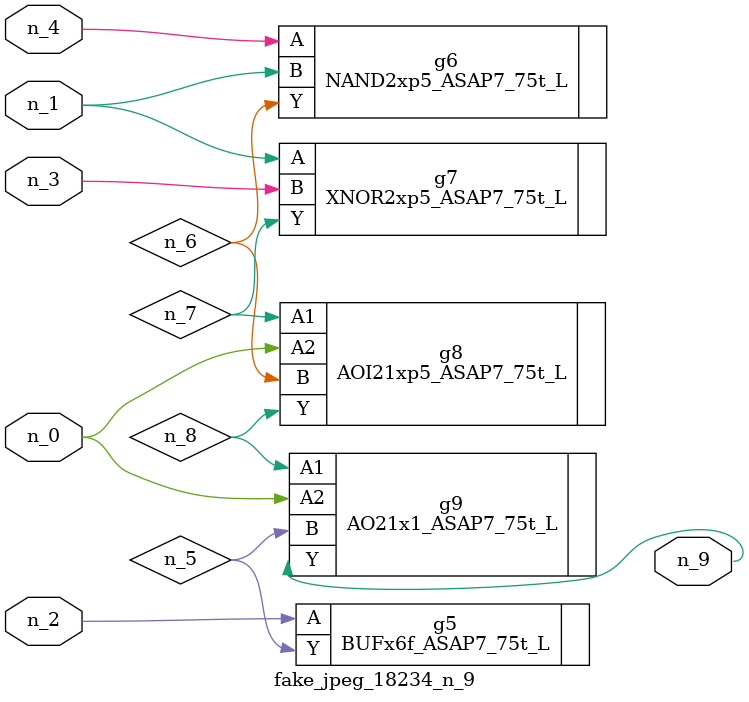
<source format=v>
module fake_jpeg_18234_n_9 (n_3, n_2, n_1, n_0, n_4, n_9);

input n_3;
input n_2;
input n_1;
input n_0;
input n_4;

output n_9;

wire n_8;
wire n_6;
wire n_5;
wire n_7;

BUFx6f_ASAP7_75t_L g5 ( 
.A(n_2),
.Y(n_5)
);

NAND2xp5_ASAP7_75t_L g6 ( 
.A(n_4),
.B(n_1),
.Y(n_6)
);

XNOR2xp5_ASAP7_75t_L g7 ( 
.A(n_1),
.B(n_3),
.Y(n_7)
);

AOI21xp5_ASAP7_75t_L g8 ( 
.A1(n_7),
.A2(n_0),
.B(n_6),
.Y(n_8)
);

AO21x1_ASAP7_75t_L g9 ( 
.A1(n_8),
.A2(n_0),
.B(n_5),
.Y(n_9)
);


endmodule
</source>
